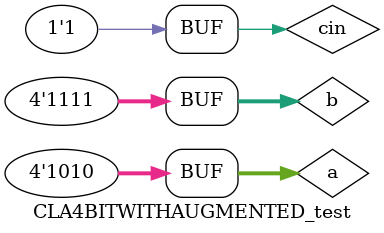
<source format=v>
`timescale 1ns / 1ps


module CLA4BITWITHAUGMENTED_test;

	// Inputs
	reg [3:0] a;
	reg [3:0] b;
	reg cin;

	// Outputs
	wire [3:0] c;
	wire P;
	wire G;
	wire [3:0] s;

	// Instantiate the Unit Under Test (UUT)
	CLA4BITWITHAUGMENTED uut (
		.a(a), 
		.b(b), 
		.cin(cin), 
		.c(c), 
		.P(P), 
		.G(G), 
		.s(s)
	);

	initial begin
		// Initialize Inputs
		a = 10;
		b = 15;
		cin = 1;

		// Wait 100 ns for global reset to finish
		#100;
        
		// Add stimulus here

	end
      
endmodule


</source>
